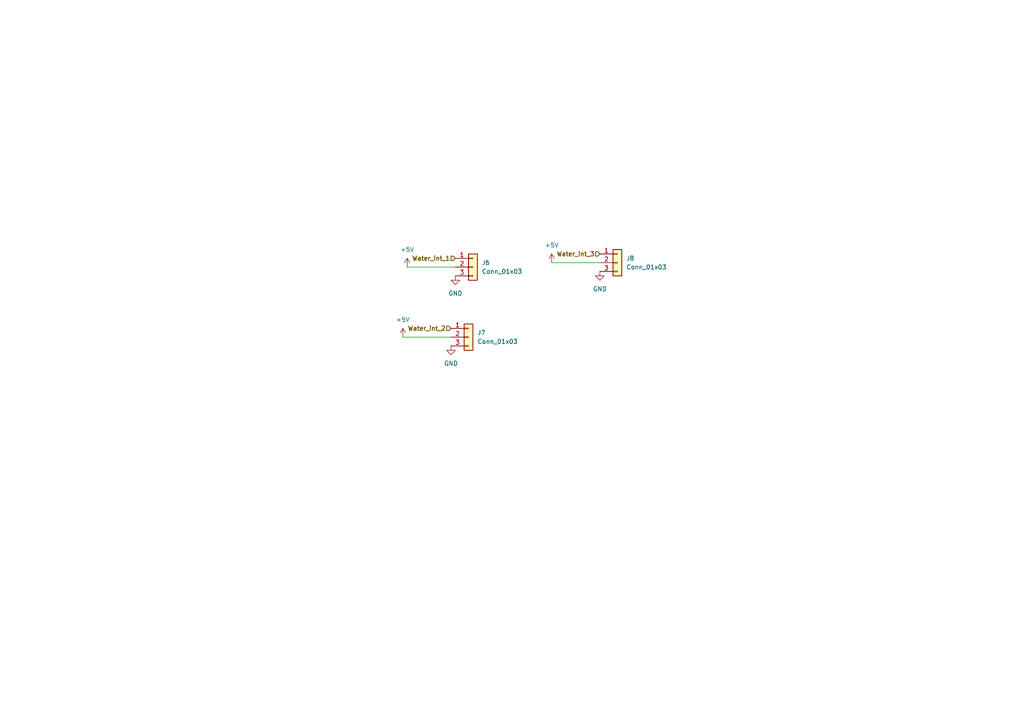
<source format=kicad_sch>
(kicad_sch (version 20250114) (generator "eeschema") (generator_version "9.0")
  (paper "A4")
  (lib_symbols
    (symbol "Connector_Generic:Conn_01x03" (pin_names (offset 1.016) (hide yes))
      (property "Reference" "J" (at 0 5.08 0))
      (property "Value" "Conn_01x03" (at 0 -5.08 0))
      (symbol "Conn_01x03_1_1"
        (rectangle (start -1.27 3.81) (end 1.27 -3.81) (stroke (width 0.254)) (fill (type background)))
        (rectangle (start -1.27 2.667) (end 0 2.413) (stroke (width 0.1524)))
        (rectangle (start -1.27 0.127) (end 0 -0.127) (stroke (width 0.1524)))
        (rectangle (start -1.27 -2.413) (end 0 -2.667) (stroke (width 0.1524)))
        (pin passive line (at -5.08 2.54 0) (length 3.81) (name "Pin_1") (number "1"))
        (pin passive line (at -5.08 0 0) (length 3.81) (name "Pin_2") (number "2"))
        (pin passive line (at -5.08 -2.54 0) (length 3.81) (name "Pin_3") (number "3"))
      )
    )
    (symbol "power:+5V" (power) (pin_numbers (hide yes)) (pin_names (offset 0) (hide yes))
      (property "Value" "+5V" (at 0 3.556 0))
      (symbol "+5V_0_1"
        (polyline (pts (xy -0.762 1.27) (xy 0 2.54)))
        (polyline (pts (xy 0 2.54) (xy 0.762 1.27)))
        (polyline (pts (xy 0 0) (xy 0 2.54)))
      )
      (symbol "+5V_1_1"
        (pin power_in line (at 0 0 90) (length 0) (name "~") (number "1"))
      )
    )
    (symbol "power:GND" (power) (pin_numbers (hide yes)) (pin_names (offset 0) (hide yes))
      (property "Value" "GND" (at 0 -3.81 0))
      (symbol "GND_0_1"
        (polyline (pts (xy 0 0) (xy 0 -1.27) (xy 1.27 -1.27) (xy 0 -2.54) (xy -1.27 -1.27) (xy 0 -1.27)))
      )
      (symbol "GND_1_1"
        (pin power_in line (at 0 0 270) (length 0) (name "~") (number "1"))
      )
    )
  )
  (wire (pts (xy 118.11 77.47) (xy 132.08 77.47)))
  (wire (pts (xy 116.84 97.79) (xy 130.81 97.79)))
  (wire (pts (xy 160.02 76.2) (xy 173.99 76.2)))
  (hierarchical_label "Water_int_2" (shape input) (at 130.81 95.25 180) (effects (font (thickness 0.254) (bold yes))))
  (hierarchical_label "Water_int_3" (shape input) (at 173.99 73.66 180) (effects (font (thickness 0.254) (bold yes))))
  (hierarchical_label "Water_int_1" (shape input) (at 132.08 74.93 180) (effects (font (thickness 0.254) (bold yes))))
  (symbol (lib_id "power:GND") (at 132.08 80.01 0) (unit 1)
    (property "Reference" "#PWR011" (effects (hide yes)))
    (property "Value" "GND" (at 132.08 85.09 0))
    (property "Description" "Power symbol creates a global label with name \"GND\" , ground" (effects (hide yes)))
  )
  (symbol (lib_id "Connector_Generic:Conn_01x03") (at 135.89 97.79 0) (unit 1)
    (property "Reference" "J7" (at 138.43 96.5199 0) (effects (justify left)))
    (property "Value" "Conn_01x03" (at 138.43 99.0599 0) (effects (justify left)))
    (property "Description" "Generic connector, single row, 01x03, script generated (kicad-library-utils/schlib/autogen/connector/)" (effects (hide yes)))
  )
  (symbol (lib_id "power:+5V") (at 160.02 76.2 0) (unit 1)
    (property "Reference" "#PWR016" (effects (hide yes)))
    (property "Value" "+5V" (at 160.02 71.12 0))
    (property "Description" "Power symbol creates a global label with name \"+5V\"" (effects (hide yes)))
  )
  (symbol (lib_id "Connector_Generic:Conn_01x03") (at 179.07 76.2 0) (unit 1)
    (property "Reference" "J8" (at 181.61 74.9299 0) (effects (justify left)))
    (property "Value" "Conn_01x03" (at 181.61 77.4699 0) (effects (justify left)))
    (property "Description" "Generic connector, single row, 01x03, script generated (kicad-library-utils/schlib/autogen/connector/)" (effects (hide yes)))
  )
  (symbol (lib_id "power:+5V") (at 118.11 77.47 0) (unit 1)
    (property "Reference" "#PWR010" (effects (hide yes)))
    (property "Value" "+5V" (at 118.11 72.39 0))
    (property "Description" "Power symbol creates a global label with name \"+5V\"" (effects (hide yes)))
  )
  (symbol (lib_id "power:GND") (at 130.81 100.33 0) (unit 1)
    (property "Reference" "#PWR013" (effects (hide yes)))
    (property "Value" "GND" (at 130.81 105.41 0))
    (property "Description" "Power symbol creates a global label with name \"GND\" , ground" (effects (hide yes)))
  )
  (symbol (lib_id "Connector_Generic:Conn_01x03") (at 137.16 77.47 0) (unit 1)
    (property "Reference" "J6" (at 139.7 76.1999 0) (effects (justify left)))
    (property "Value" "Conn_01x03" (at 139.7 78.7399 0) (effects (justify left)))
    (property "Description" "Generic connector, single row, 01x03, script generated (kicad-library-utils/schlib/autogen/connector/)" (effects (hide yes)))
  )
  (symbol (lib_id "power:+5V") (at 116.84 97.79 0) (unit 1)
    (property "Reference" "#PWR012" (effects (hide yes)))
    (property "Value" "+5V" (at 116.84 92.71 0))
    (property "Description" "Power symbol creates a global label with name \"+5V\"" (effects (hide yes)))
  )
  (symbol (lib_id "power:GND") (at 173.99 78.74 0) (unit 1)
    (property "Reference" "#PWR017" (effects (hide yes)))
    (property "Value" "GND" (at 173.99 83.82 0))
    (property "Description" "Power symbol creates a global label with name \"GND\" , ground" (effects (hide yes)))
  )
)
</source>
